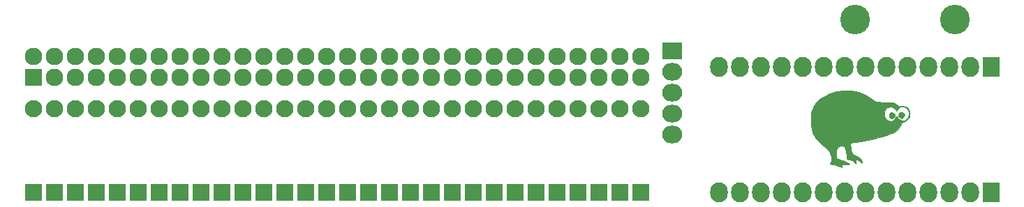
<source format=gbs>
G04 #@! TF.FileFunction,Soldermask,Bot*
%FSLAX46Y46*%
G04 Gerber Fmt 4.6, Leading zero omitted, Abs format (unit mm)*
G04 Created by KiCad (PCBNEW 4.0.2+e4-6225~38~ubuntu16.04.1-stable) date Thu 23 Jun 2016 09:21:40 PM CEST*
%MOMM*%
G01*
G04 APERTURE LIST*
%ADD10C,0.100000*%
%ADD11C,0.010000*%
%ADD12C,3.600000*%
%ADD13R,2.127200X2.432000*%
%ADD14O,2.127200X2.432000*%
%ADD15C,2.099260*%
%ADD16R,2.099260X2.099260*%
%ADD17R,2.432000X2.127200*%
%ADD18O,2.432000X2.127200*%
%ADD19R,2.127200X2.127200*%
%ADD20O,2.127200X2.127200*%
G04 APERTURE END LIST*
D10*
D11*
G36*
X167292081Y-51292640D02*
X166346183Y-51605473D01*
X166062103Y-51730277D01*
X165418274Y-52093902D01*
X164916729Y-52527037D01*
X164538545Y-53047376D01*
X164430895Y-53255333D01*
X164337421Y-53467867D01*
X164274816Y-53663714D01*
X164237001Y-53885008D01*
X164217894Y-54173888D01*
X164211417Y-54572488D01*
X164211000Y-54779333D01*
X164223245Y-55370491D01*
X164270667Y-55855422D01*
X164369295Y-56265255D01*
X164535156Y-56631121D01*
X164784281Y-56984150D01*
X165132699Y-57355471D01*
X165596437Y-57776215D01*
X165877282Y-58015456D01*
X166155640Y-58281906D01*
X166396008Y-58568996D01*
X166530630Y-58783020D01*
X166656806Y-59131007D01*
X166703085Y-59460932D01*
X166667282Y-59726732D01*
X166581667Y-59859333D01*
X166465386Y-59997107D01*
X166509727Y-60082538D01*
X166713759Y-60114024D01*
X166729833Y-60114160D01*
X166962875Y-60150896D01*
X167262378Y-60244176D01*
X167449500Y-60321932D01*
X167894000Y-60528876D01*
X167894000Y-60309447D01*
X167902154Y-60185307D01*
X167954077Y-60126079D01*
X168090963Y-60117194D01*
X168354002Y-60144083D01*
X168359667Y-60144749D01*
X168665494Y-60162497D01*
X168818396Y-60130446D01*
X168824759Y-60056196D01*
X168690964Y-59947347D01*
X168423398Y-59811499D01*
X168028443Y-59656252D01*
X167916669Y-59617379D01*
X167259000Y-59393666D01*
X167233731Y-58862089D01*
X167226429Y-58561290D01*
X167252045Y-58368641D01*
X167328374Y-58223637D01*
X167465753Y-58073221D01*
X167733068Y-57882804D01*
X167980460Y-57850999D01*
X168195812Y-57967266D01*
X168367008Y-58221062D01*
X168481929Y-58601848D01*
X168525395Y-58995035D01*
X168546800Y-59478333D01*
X168871802Y-59531171D01*
X169217841Y-59665425D01*
X169391648Y-59827504D01*
X169586492Y-60071000D01*
X169586913Y-59790127D01*
X169600114Y-59602971D01*
X169661632Y-59544741D01*
X169777833Y-59567025D01*
X169982793Y-59667971D01*
X170158833Y-59799156D01*
X170349333Y-59973517D01*
X170349333Y-59795921D01*
X170272981Y-59546871D01*
X170071163Y-59305469D01*
X169784735Y-59111145D01*
X169547577Y-59022147D01*
X169365863Y-58973428D01*
X169244624Y-58914764D01*
X169164353Y-58812372D01*
X169105540Y-58632469D01*
X169048676Y-58341271D01*
X169004406Y-58081541D01*
X168967918Y-57766404D01*
X168987293Y-57591178D01*
X169008699Y-57564660D01*
X169114890Y-57534500D01*
X169360513Y-57481391D01*
X169718060Y-57410762D01*
X170160024Y-57328042D01*
X170658898Y-57238660D01*
X170673117Y-57236167D01*
X171615837Y-57061097D01*
X172407053Y-56891267D01*
X173064263Y-56721284D01*
X173604961Y-56545755D01*
X174046645Y-56359289D01*
X174406810Y-56156494D01*
X174582667Y-56031269D01*
X174778961Y-55835169D01*
X174967785Y-55576924D01*
X175112019Y-55315106D01*
X175174540Y-55108285D01*
X175174900Y-55096833D01*
X175236784Y-54978638D01*
X175395467Y-54948666D01*
X175626367Y-54875691D01*
X175893063Y-54670870D01*
X175914037Y-54650230D01*
X176089949Y-54459764D01*
X176171494Y-54301632D01*
X176184413Y-54110024D01*
X176077187Y-54110024D01*
X175976292Y-54413192D01*
X175790837Y-54652767D01*
X175549574Y-54806685D01*
X175281252Y-54852883D01*
X175014623Y-54769295D01*
X174887659Y-54668689D01*
X174732999Y-54494080D01*
X174637508Y-54351189D01*
X174582415Y-54271335D01*
X174527826Y-54351189D01*
X174350052Y-54601103D01*
X174098274Y-54787797D01*
X173836995Y-54863919D01*
X173829237Y-54864000D01*
X173523607Y-54792585D01*
X173291692Y-54603742D01*
X173140248Y-54335575D01*
X173076026Y-54026186D01*
X173105780Y-53713679D01*
X173236263Y-53436155D01*
X173474229Y-53231719D01*
X173534869Y-53203141D01*
X173856120Y-53137522D01*
X174145173Y-53230749D01*
X174413704Y-53481843D01*
X174555884Y-53624384D01*
X174637015Y-53628853D01*
X174643167Y-53616299D01*
X174817970Y-53349682D01*
X175089691Y-53162756D01*
X175223423Y-53121087D01*
X175493700Y-53146958D01*
X175758915Y-53297878D01*
X175969138Y-53535613D01*
X176064772Y-53765328D01*
X176077187Y-54110024D01*
X176184413Y-54110024D01*
X176185088Y-54100027D01*
X176170448Y-53914425D01*
X176119910Y-53612176D01*
X176016931Y-53402132D01*
X175862209Y-53239195D01*
X175632173Y-53092143D01*
X175371512Y-53008325D01*
X175134943Y-52997069D01*
X174977185Y-53067708D01*
X174963677Y-53085982D01*
X174873683Y-53087174D01*
X174698465Y-52991292D01*
X174569159Y-52895482D01*
X174422416Y-52781958D01*
X174290832Y-52703600D01*
X174138119Y-52652300D01*
X173927985Y-52619947D01*
X173624140Y-52598432D01*
X173190294Y-52579645D01*
X173148435Y-52578000D01*
X172069913Y-52535666D01*
X171611790Y-52185289D01*
X170822518Y-51680826D01*
X169989902Y-51338836D01*
X169119951Y-51159814D01*
X168218674Y-51144251D01*
X167292081Y-51292640D01*
X167292081Y-51292640D01*
G37*
X167292081Y-51292640D02*
X166346183Y-51605473D01*
X166062103Y-51730277D01*
X165418274Y-52093902D01*
X164916729Y-52527037D01*
X164538545Y-53047376D01*
X164430895Y-53255333D01*
X164337421Y-53467867D01*
X164274816Y-53663714D01*
X164237001Y-53885008D01*
X164217894Y-54173888D01*
X164211417Y-54572488D01*
X164211000Y-54779333D01*
X164223245Y-55370491D01*
X164270667Y-55855422D01*
X164369295Y-56265255D01*
X164535156Y-56631121D01*
X164784281Y-56984150D01*
X165132699Y-57355471D01*
X165596437Y-57776215D01*
X165877282Y-58015456D01*
X166155640Y-58281906D01*
X166396008Y-58568996D01*
X166530630Y-58783020D01*
X166656806Y-59131007D01*
X166703085Y-59460932D01*
X166667282Y-59726732D01*
X166581667Y-59859333D01*
X166465386Y-59997107D01*
X166509727Y-60082538D01*
X166713759Y-60114024D01*
X166729833Y-60114160D01*
X166962875Y-60150896D01*
X167262378Y-60244176D01*
X167449500Y-60321932D01*
X167894000Y-60528876D01*
X167894000Y-60309447D01*
X167902154Y-60185307D01*
X167954077Y-60126079D01*
X168090963Y-60117194D01*
X168354002Y-60144083D01*
X168359667Y-60144749D01*
X168665494Y-60162497D01*
X168818396Y-60130446D01*
X168824759Y-60056196D01*
X168690964Y-59947347D01*
X168423398Y-59811499D01*
X168028443Y-59656252D01*
X167916669Y-59617379D01*
X167259000Y-59393666D01*
X167233731Y-58862089D01*
X167226429Y-58561290D01*
X167252045Y-58368641D01*
X167328374Y-58223637D01*
X167465753Y-58073221D01*
X167733068Y-57882804D01*
X167980460Y-57850999D01*
X168195812Y-57967266D01*
X168367008Y-58221062D01*
X168481929Y-58601848D01*
X168525395Y-58995035D01*
X168546800Y-59478333D01*
X168871802Y-59531171D01*
X169217841Y-59665425D01*
X169391648Y-59827504D01*
X169586492Y-60071000D01*
X169586913Y-59790127D01*
X169600114Y-59602971D01*
X169661632Y-59544741D01*
X169777833Y-59567025D01*
X169982793Y-59667971D01*
X170158833Y-59799156D01*
X170349333Y-59973517D01*
X170349333Y-59795921D01*
X170272981Y-59546871D01*
X170071163Y-59305469D01*
X169784735Y-59111145D01*
X169547577Y-59022147D01*
X169365863Y-58973428D01*
X169244624Y-58914764D01*
X169164353Y-58812372D01*
X169105540Y-58632469D01*
X169048676Y-58341271D01*
X169004406Y-58081541D01*
X168967918Y-57766404D01*
X168987293Y-57591178D01*
X169008699Y-57564660D01*
X169114890Y-57534500D01*
X169360513Y-57481391D01*
X169718060Y-57410762D01*
X170160024Y-57328042D01*
X170658898Y-57238660D01*
X170673117Y-57236167D01*
X171615837Y-57061097D01*
X172407053Y-56891267D01*
X173064263Y-56721284D01*
X173604961Y-56545755D01*
X174046645Y-56359289D01*
X174406810Y-56156494D01*
X174582667Y-56031269D01*
X174778961Y-55835169D01*
X174967785Y-55576924D01*
X175112019Y-55315106D01*
X175174540Y-55108285D01*
X175174900Y-55096833D01*
X175236784Y-54978638D01*
X175395467Y-54948666D01*
X175626367Y-54875691D01*
X175893063Y-54670870D01*
X175914037Y-54650230D01*
X176089949Y-54459764D01*
X176171494Y-54301632D01*
X176184413Y-54110024D01*
X176077187Y-54110024D01*
X175976292Y-54413192D01*
X175790837Y-54652767D01*
X175549574Y-54806685D01*
X175281252Y-54852883D01*
X175014623Y-54769295D01*
X174887659Y-54668689D01*
X174732999Y-54494080D01*
X174637508Y-54351189D01*
X174582415Y-54271335D01*
X174527826Y-54351189D01*
X174350052Y-54601103D01*
X174098274Y-54787797D01*
X173836995Y-54863919D01*
X173829237Y-54864000D01*
X173523607Y-54792585D01*
X173291692Y-54603742D01*
X173140248Y-54335575D01*
X173076026Y-54026186D01*
X173105780Y-53713679D01*
X173236263Y-53436155D01*
X173474229Y-53231719D01*
X173534869Y-53203141D01*
X173856120Y-53137522D01*
X174145173Y-53230749D01*
X174413704Y-53481843D01*
X174555884Y-53624384D01*
X174637015Y-53628853D01*
X174643167Y-53616299D01*
X174817970Y-53349682D01*
X175089691Y-53162756D01*
X175223423Y-53121087D01*
X175493700Y-53146958D01*
X175758915Y-53297878D01*
X175969138Y-53535613D01*
X176064772Y-53765328D01*
X176077187Y-54110024D01*
X176184413Y-54110024D01*
X176185088Y-54100027D01*
X176170448Y-53914425D01*
X176119910Y-53612176D01*
X176016931Y-53402132D01*
X175862209Y-53239195D01*
X175632173Y-53092143D01*
X175371512Y-53008325D01*
X175134943Y-52997069D01*
X174977185Y-53067708D01*
X174963677Y-53085982D01*
X174873683Y-53087174D01*
X174698465Y-52991292D01*
X174569159Y-52895482D01*
X174422416Y-52781958D01*
X174290832Y-52703600D01*
X174138119Y-52652300D01*
X173927985Y-52619947D01*
X173624140Y-52598432D01*
X173190294Y-52579645D01*
X173148435Y-52578000D01*
X172069913Y-52535666D01*
X171611790Y-52185289D01*
X170822518Y-51680826D01*
X169989902Y-51338836D01*
X169119951Y-51159814D01*
X168218674Y-51144251D01*
X167292081Y-51292640D01*
G36*
X174998523Y-53826842D02*
X174847994Y-53970593D01*
X174757302Y-54124418D01*
X174752000Y-54159044D01*
X174815490Y-54286230D01*
X174958999Y-54427052D01*
X175112091Y-54517457D01*
X175154786Y-54525333D01*
X175284510Y-54470710D01*
X175380953Y-54392285D01*
X175488906Y-54236386D01*
X175514000Y-54144333D01*
X175448279Y-53980494D01*
X175299133Y-53829034D01*
X175140075Y-53763333D01*
X174998523Y-53826842D01*
X174998523Y-53826842D01*
G37*
X174998523Y-53826842D02*
X174847994Y-53970593D01*
X174757302Y-54124418D01*
X174752000Y-54159044D01*
X174815490Y-54286230D01*
X174958999Y-54427052D01*
X175112091Y-54517457D01*
X175154786Y-54525333D01*
X175284510Y-54470710D01*
X175380953Y-54392285D01*
X175488906Y-54236386D01*
X175514000Y-54144333D01*
X175448279Y-53980494D01*
X175299133Y-53829034D01*
X175140075Y-53763333D01*
X174998523Y-53826842D01*
G36*
X173873852Y-53815709D02*
X173722325Y-53965617D01*
X173684409Y-54066409D01*
X173689965Y-54304006D01*
X173810403Y-54463970D01*
X173999581Y-54521067D01*
X174211360Y-54450063D01*
X174280286Y-54392285D01*
X174392314Y-54248433D01*
X174385969Y-54115259D01*
X174259911Y-53931290D01*
X174070351Y-53800204D01*
X173873852Y-53815709D01*
X173873852Y-53815709D01*
G37*
X173873852Y-53815709D02*
X173722325Y-53965617D01*
X173684409Y-54066409D01*
X173689965Y-54304006D01*
X173810403Y-54463970D01*
X173999581Y-54521067D01*
X174211360Y-54450063D01*
X174280286Y-54392285D01*
X174392314Y-54248433D01*
X174385969Y-54115259D01*
X174259911Y-53931290D01*
X174070351Y-53800204D01*
X173873852Y-53815709D01*
D12*
X169545000Y-42545000D03*
D13*
X186055000Y-48260000D03*
D14*
X183515000Y-48260000D03*
X180975000Y-48260000D03*
X178435000Y-48260000D03*
X175895000Y-48260000D03*
X173355000Y-48260000D03*
X170815000Y-48260000D03*
X168275000Y-48260000D03*
X165735000Y-48260000D03*
X163195000Y-48260000D03*
X160655000Y-48260000D03*
X158115000Y-48260000D03*
X155575000Y-48260000D03*
X153035000Y-48260000D03*
D15*
X69850000Y-53340000D03*
D16*
X69850000Y-63500000D03*
D15*
X72390000Y-53340000D03*
D16*
X72390000Y-63500000D03*
D15*
X74930000Y-53340000D03*
D16*
X74930000Y-63500000D03*
D15*
X77470000Y-53340000D03*
D16*
X77470000Y-63500000D03*
D15*
X80010000Y-53340000D03*
D16*
X80010000Y-63500000D03*
D15*
X82550000Y-53340000D03*
D16*
X82550000Y-63500000D03*
D15*
X85090000Y-53340000D03*
D16*
X85090000Y-63500000D03*
D15*
X87630000Y-53340000D03*
D16*
X87630000Y-63500000D03*
D15*
X90170000Y-53340000D03*
D16*
X90170000Y-63500000D03*
D15*
X92710000Y-53340000D03*
D16*
X92710000Y-63500000D03*
D15*
X95250000Y-53340000D03*
D16*
X95250000Y-63500000D03*
D15*
X97790000Y-53340000D03*
D16*
X97790000Y-63500000D03*
D15*
X100330000Y-53340000D03*
D16*
X100330000Y-63500000D03*
D15*
X102870000Y-53340000D03*
D16*
X102870000Y-63500000D03*
D15*
X105410000Y-53340000D03*
D16*
X105410000Y-63500000D03*
D15*
X107950000Y-53340000D03*
D16*
X107950000Y-63500000D03*
D15*
X110490000Y-53340000D03*
D16*
X110490000Y-63500000D03*
D15*
X113030000Y-53340000D03*
D16*
X113030000Y-63500000D03*
D15*
X115570000Y-53340000D03*
D16*
X115570000Y-63500000D03*
D15*
X118110000Y-53340000D03*
D16*
X118110000Y-63500000D03*
D15*
X120650000Y-53340000D03*
D16*
X120650000Y-63500000D03*
D15*
X123190000Y-53340000D03*
D16*
X123190000Y-63500000D03*
D15*
X125730000Y-53340000D03*
D16*
X125730000Y-63500000D03*
D15*
X128270000Y-53340000D03*
D16*
X128270000Y-63500000D03*
D15*
X130810000Y-53340000D03*
D16*
X130810000Y-63500000D03*
D15*
X133350000Y-53340000D03*
D16*
X133350000Y-63500000D03*
D15*
X135890000Y-53340000D03*
D16*
X135890000Y-63500000D03*
D15*
X138430000Y-53340000D03*
D16*
X138430000Y-63500000D03*
D15*
X140970000Y-53340000D03*
D16*
X140970000Y-63500000D03*
D15*
X143510000Y-53340000D03*
D16*
X143510000Y-63500000D03*
D13*
X186055000Y-63500000D03*
D14*
X183515000Y-63500000D03*
X180975000Y-63500000D03*
X178435000Y-63500000D03*
X175895000Y-63500000D03*
X173355000Y-63500000D03*
X170815000Y-63500000D03*
X168275000Y-63500000D03*
X165735000Y-63500000D03*
X163195000Y-63500000D03*
X160655000Y-63500000D03*
X158115000Y-63500000D03*
X155575000Y-63500000D03*
X153035000Y-63500000D03*
D17*
X147320000Y-46355000D03*
D18*
X147320000Y-48895000D03*
X147320000Y-51435000D03*
X147320000Y-53975000D03*
X147320000Y-56515000D03*
D19*
X69850000Y-49530000D03*
D20*
X69850000Y-46990000D03*
X72390000Y-49530000D03*
X72390000Y-46990000D03*
X74930000Y-49530000D03*
X74930000Y-46990000D03*
X77470000Y-49530000D03*
X77470000Y-46990000D03*
X80010000Y-49530000D03*
X80010000Y-46990000D03*
X82550000Y-49530000D03*
X82550000Y-46990000D03*
X85090000Y-49530000D03*
X85090000Y-46990000D03*
X87630000Y-49530000D03*
X87630000Y-46990000D03*
X90170000Y-49530000D03*
X90170000Y-46990000D03*
X92710000Y-49530000D03*
X92710000Y-46990000D03*
X95250000Y-49530000D03*
X95250000Y-46990000D03*
X97790000Y-49530000D03*
X97790000Y-46990000D03*
X100330000Y-49530000D03*
X100330000Y-46990000D03*
X102870000Y-49530000D03*
X102870000Y-46990000D03*
X105410000Y-49530000D03*
X105410000Y-46990000D03*
X107950000Y-49530000D03*
X107950000Y-46990000D03*
X110490000Y-49530000D03*
X110490000Y-46990000D03*
X113030000Y-49530000D03*
X113030000Y-46990000D03*
X115570000Y-49530000D03*
X115570000Y-46990000D03*
X118110000Y-49530000D03*
X118110000Y-46990000D03*
X120650000Y-49530000D03*
X120650000Y-46990000D03*
X123190000Y-49530000D03*
X123190000Y-46990000D03*
X125730000Y-49530000D03*
X125730000Y-46990000D03*
X128270000Y-49530000D03*
X128270000Y-46990000D03*
X130810000Y-49530000D03*
X130810000Y-46990000D03*
X133350000Y-49530000D03*
X133350000Y-46990000D03*
X135890000Y-49530000D03*
X135890000Y-46990000D03*
X138430000Y-49530000D03*
X138430000Y-46990000D03*
X140970000Y-49530000D03*
X140970000Y-46990000D03*
X143510000Y-49530000D03*
X143510000Y-46990000D03*
D12*
X181610000Y-42545000D03*
M02*

</source>
